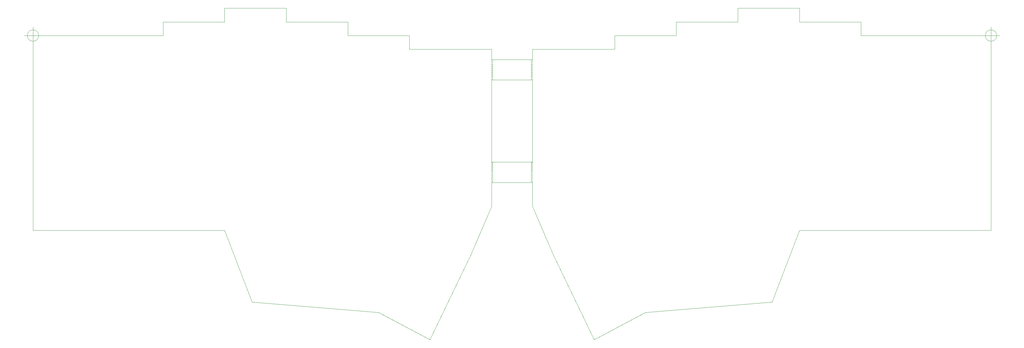
<source format=gm1>
G04 #@! TF.GenerationSoftware,KiCad,Pcbnew,(6.0.9)*
G04 #@! TF.CreationDate,2023-05-23T12:25:36-07:00*
G04 #@! TF.ProjectId,Keycad_fun,4b657963-6164-45f6-9675-6e2e6b696361,rev?*
G04 #@! TF.SameCoordinates,Original*
G04 #@! TF.FileFunction,Profile,NP*
%FSLAX46Y46*%
G04 Gerber Fmt 4.6, Leading zero omitted, Abs format (unit mm)*
G04 Created by KiCad (PCBNEW (6.0.9)) date 2023-05-23 12:25:36*
%MOMM*%
%LPD*%
G01*
G04 APERTURE LIST*
G04 #@! TA.AperFunction,Profile*
%ADD10C,0.050000*%
G04 #@! TD*
G04 APERTURE END LIST*
D10*
X104000000Y-128000000D02*
X96000000Y-107000000D01*
X174000000Y-100000000D02*
X168000000Y-114000000D01*
X210000000Y-50000000D02*
X210000000Y-54000000D01*
X186000000Y-97000000D02*
X186000000Y-99000000D01*
X192000000Y-114000000D02*
X204000000Y-139000000D01*
X192000000Y-54000000D02*
X189000000Y-54000000D01*
X204000000Y-139000000D02*
X219000000Y-131000000D01*
X186000000Y-99000000D02*
X186000000Y-100000000D01*
X210000000Y-54000000D02*
X192000000Y-54000000D01*
X282000000Y-46000000D02*
X264000000Y-46000000D01*
X264000000Y-42000000D02*
X246000000Y-42000000D01*
X228000000Y-46000000D02*
X228000000Y-50000000D01*
X282000000Y-50000000D02*
X282000000Y-46000000D01*
X186000000Y-100000000D02*
X192000000Y-114000000D01*
X256000000Y-128000000D02*
X264000000Y-107000000D01*
X219000000Y-131000000D02*
X256000000Y-128000000D01*
X264000000Y-46000000D02*
X264000000Y-42000000D01*
X246000000Y-46000000D02*
X228000000Y-46000000D01*
X246000000Y-42000000D02*
X246000000Y-46000000D01*
X188000000Y-54000000D02*
X186000000Y-54000000D01*
X189000000Y-54000000D02*
X188000000Y-54000000D01*
X172000000Y-54000000D02*
X174000000Y-54000000D01*
X168000000Y-54000000D02*
X171000000Y-54000000D01*
X186000000Y-90900000D02*
G75*
G03*
X186000000Y-90900000I-200000J0D01*
G01*
X186000000Y-57900000D02*
G75*
G03*
X186000000Y-57900000I-200000J0D01*
G01*
X186000000Y-92700000D02*
G75*
G03*
X186000000Y-92700000I-200000J0D01*
G01*
X174400000Y-58500000D02*
G75*
G03*
X174400000Y-58500000I-200000J0D01*
G01*
X67000000Y-50000000D02*
X73000000Y-50000000D01*
X96000000Y-42000000D02*
X114000000Y-42000000D01*
X73000000Y-50000000D02*
X78000000Y-50000000D01*
X40000000Y-97000000D02*
X40000000Y-102000000D01*
X132000000Y-46000000D02*
X132000000Y-50000000D01*
X174400000Y-89100000D02*
G75*
G03*
X174400000Y-89100000I-200000J0D01*
G01*
X210000000Y-50000000D02*
X217000000Y-50000000D01*
X223000000Y-50000000D02*
X228000000Y-50000000D01*
X40000000Y-57000000D02*
X40000000Y-50000000D01*
X174000000Y-57000000D02*
X186000000Y-57000000D01*
X174000000Y-99000000D02*
X174000000Y-100000000D01*
X320000000Y-97000000D02*
X320000000Y-63000000D01*
X174000000Y-87000000D02*
X174000000Y-63000000D01*
X132000000Y-50000000D02*
X137000000Y-50000000D01*
X174400000Y-90900000D02*
G75*
G03*
X174400000Y-90900000I-200000J0D01*
G01*
X186000000Y-57300000D02*
G75*
G03*
X186000000Y-57300000I-200000J0D01*
G01*
X186000000Y-87900000D02*
G75*
G03*
X186000000Y-87900000I-200000J0D01*
G01*
X40000000Y-57000000D02*
X40000000Y-63000000D01*
X67000000Y-50000000D02*
X58000000Y-50000000D01*
X186000000Y-60900000D02*
G75*
G03*
X186000000Y-60900000I-200000J0D01*
G01*
X174400000Y-57300000D02*
G75*
G03*
X174400000Y-57300000I-200000J0D01*
G01*
X156000000Y-139000000D02*
X141000000Y-131000000D01*
X174000000Y-97000000D02*
X174000000Y-99000000D01*
X150000000Y-54000000D02*
X168000000Y-54000000D01*
X186000000Y-92100000D02*
G75*
G03*
X186000000Y-92100000I-200000J0D01*
G01*
X186000000Y-87000000D02*
X174000000Y-87000000D01*
X174400000Y-90300000D02*
G75*
G03*
X174400000Y-90300000I-200000J0D01*
G01*
X217000000Y-50000000D02*
X223000000Y-50000000D01*
X174400000Y-89700000D02*
G75*
G03*
X174400000Y-89700000I-200000J0D01*
G01*
X174000000Y-54000000D02*
X174000000Y-57000000D01*
X174400000Y-61500000D02*
G75*
G03*
X174400000Y-61500000I-200000J0D01*
G01*
X40000000Y-97000000D02*
X40000000Y-63000000D01*
X40000000Y-50000000D02*
X58000000Y-50000000D01*
X186000000Y-62700000D02*
G75*
G03*
X186000000Y-62700000I-200000J0D01*
G01*
X174400000Y-92100000D02*
G75*
G03*
X174400000Y-92100000I-200000J0D01*
G01*
X186000000Y-62100000D02*
G75*
G03*
X186000000Y-62100000I-200000J0D01*
G01*
X174000000Y-97000000D02*
X174000000Y-93000000D01*
X293000000Y-50000000D02*
X320000000Y-50000000D01*
X293000000Y-107000000D02*
X320000000Y-107000000D01*
X186000000Y-61500000D02*
G75*
G03*
X186000000Y-61500000I-200000J0D01*
G01*
X141000000Y-131000000D02*
X104000000Y-128000000D01*
X114000000Y-46000000D02*
X132000000Y-46000000D01*
X186000000Y-54000000D02*
X186000000Y-57000000D01*
X186000000Y-58500000D02*
G75*
G03*
X186000000Y-58500000I-200000J0D01*
G01*
X186000000Y-60300000D02*
G75*
G03*
X186000000Y-60300000I-200000J0D01*
G01*
X320000000Y-103000000D02*
X320000000Y-107000000D01*
X287000000Y-50000000D02*
X293000000Y-50000000D01*
X282000000Y-50000000D02*
X287000000Y-50000000D01*
X186000000Y-59100000D02*
G75*
G03*
X186000000Y-59100000I-200000J0D01*
G01*
X174400000Y-59700000D02*
G75*
G03*
X174400000Y-59700000I-200000J0D01*
G01*
X174400000Y-92700000D02*
G75*
G03*
X174400000Y-92700000I-200000J0D01*
G01*
X137000000Y-50000000D02*
X143000000Y-50000000D01*
X96000000Y-46000000D02*
X96000000Y-42000000D01*
X186000000Y-87300000D02*
G75*
G03*
X186000000Y-87300000I-200000J0D01*
G01*
X186000000Y-63000000D02*
X174000000Y-63000000D01*
X174400000Y-60900000D02*
G75*
G03*
X174400000Y-60900000I-200000J0D01*
G01*
X186000000Y-97000000D02*
X186000000Y-93000000D01*
X73000000Y-107000000D02*
X96000000Y-107000000D01*
X78000000Y-50000000D02*
X78000000Y-46000000D01*
X174400000Y-60300000D02*
G75*
G03*
X174400000Y-60300000I-200000J0D01*
G01*
X320000000Y-63000000D02*
X320000000Y-57000000D01*
X171000000Y-54000000D02*
X172000000Y-54000000D01*
X40000000Y-107000000D02*
X67000000Y-107000000D01*
X67000000Y-107000000D02*
X73000000Y-107000000D01*
X186000000Y-91500000D02*
G75*
G03*
X186000000Y-91500000I-200000J0D01*
G01*
X320000000Y-57000000D02*
X320000000Y-50000000D01*
X143000000Y-50000000D02*
X150000000Y-50000000D01*
X264000000Y-107000000D02*
X287000000Y-107000000D01*
X174400000Y-88500000D02*
G75*
G03*
X174400000Y-88500000I-200000J0D01*
G01*
X174400000Y-57900000D02*
G75*
G03*
X174400000Y-57900000I-200000J0D01*
G01*
X78000000Y-46000000D02*
X96000000Y-46000000D01*
X186000000Y-59700000D02*
G75*
G03*
X186000000Y-59700000I-200000J0D01*
G01*
X320000000Y-103000000D02*
X320000000Y-97000000D01*
X174400000Y-87900000D02*
G75*
G03*
X174400000Y-87900000I-200000J0D01*
G01*
X168000000Y-114000000D02*
X156000000Y-139000000D01*
X174400000Y-59100000D02*
G75*
G03*
X174400000Y-59100000I-200000J0D01*
G01*
X174400000Y-87300000D02*
G75*
G03*
X174400000Y-87300000I-200000J0D01*
G01*
X40000000Y-102000000D02*
X40000000Y-107000000D01*
X287000000Y-107000000D02*
X293000000Y-107000000D01*
X186000000Y-89700000D02*
G75*
G03*
X186000000Y-89700000I-200000J0D01*
G01*
X186000000Y-88500000D02*
G75*
G03*
X186000000Y-88500000I-200000J0D01*
G01*
X186000000Y-90300000D02*
G75*
G03*
X186000000Y-90300000I-200000J0D01*
G01*
X174000000Y-93000000D02*
X186000000Y-93000000D01*
X186000000Y-63000000D02*
X186000000Y-87000000D01*
X186000000Y-89100000D02*
G75*
G03*
X186000000Y-89100000I-200000J0D01*
G01*
X114000000Y-42000000D02*
X114000000Y-46000000D01*
X150000000Y-50000000D02*
X150000000Y-54000000D01*
X174400000Y-62700000D02*
G75*
G03*
X174400000Y-62700000I-200000J0D01*
G01*
X174400000Y-62100000D02*
G75*
G03*
X174400000Y-62100000I-200000J0D01*
G01*
X174400000Y-91500000D02*
G75*
G03*
X174400000Y-91500000I-200000J0D01*
G01*
X321666666Y-50000000D02*
G75*
G03*
X321666666Y-50000000I-1666666J0D01*
G01*
X317500000Y-50000000D02*
X322500000Y-50000000D01*
X320000000Y-47500000D02*
X320000000Y-52500000D01*
X41666666Y-50000000D02*
G75*
G03*
X41666666Y-50000000I-1666666J0D01*
G01*
X37500000Y-50000000D02*
X42500000Y-50000000D01*
X40000000Y-47500000D02*
X40000000Y-52500000D01*
M02*

</source>
